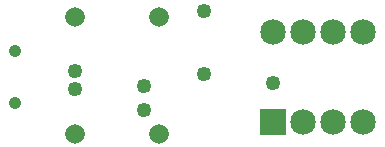
<source format=gbs>
G04 MADE WITH FRITZING*
G04 WWW.FRITZING.ORG*
G04 DOUBLE SIDED*
G04 HOLES PLATED*
G04 CONTOUR ON CENTER OF CONTOUR VECTOR*
%ASAXBY*%
%FSLAX23Y23*%
%MOIN*%
%OFA0B0*%
%SFA1.0B1.0*%
%ADD10C,0.049370*%
%ADD11C,0.085000*%
%ADD12C,0.065433*%
%ADD13C,0.041496*%
%ADD14C,0.041000*%
%ADD15R,0.085000X0.085000*%
%LNMASK0*%
G90*
G70*
G54D10*
X614Y211D03*
X814Y251D03*
X814Y461D03*
X1044Y221D03*
X614Y131D03*
X384Y261D03*
X384Y201D03*
G54D11*
X1044Y91D03*
X1044Y391D03*
X1144Y91D03*
X1144Y391D03*
X1244Y91D03*
X1244Y391D03*
X1344Y91D03*
X1344Y391D03*
G54D12*
X384Y51D03*
X664Y51D03*
X384Y441D03*
X664Y441D03*
G54D13*
X186Y327D03*
G54D14*
X186Y154D03*
G54D15*
X1044Y91D03*
G04 End of Mask0*
M02*
</source>
